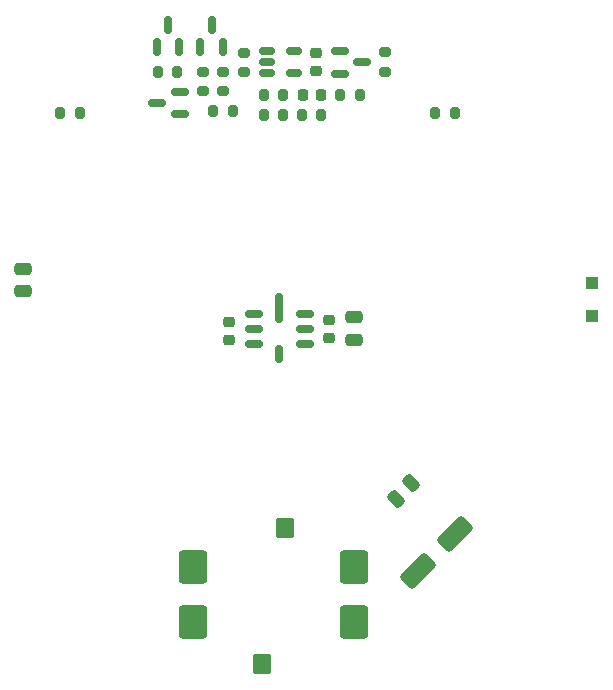
<source format=gbr>
%TF.GenerationSoftware,KiCad,Pcbnew,8.0.4*%
%TF.CreationDate,2025-01-19T15:52:31+01:00*%
%TF.ProjectId,PortableVoltageStandard,506f7274-6162-46c6-9556-6f6c74616765,1.0*%
%TF.SameCoordinates,Original*%
%TF.FileFunction,Paste,Top*%
%TF.FilePolarity,Positive*%
%FSLAX46Y46*%
G04 Gerber Fmt 4.6, Leading zero omitted, Abs format (unit mm)*
G04 Created by KiCad (PCBNEW 8.0.4) date 2025-01-19 15:52:31*
%MOMM*%
%LPD*%
G01*
G04 APERTURE LIST*
G04 Aperture macros list*
%AMRoundRect*
0 Rectangle with rounded corners*
0 $1 Rounding radius*
0 $2 $3 $4 $5 $6 $7 $8 $9 X,Y pos of 4 corners*
0 Add a 4 corners polygon primitive as box body*
4,1,4,$2,$3,$4,$5,$6,$7,$8,$9,$2,$3,0*
0 Add four circle primitives for the rounded corners*
1,1,$1+$1,$2,$3*
1,1,$1+$1,$4,$5*
1,1,$1+$1,$6,$7*
1,1,$1+$1,$8,$9*
0 Add four rect primitives between the rounded corners*
20,1,$1+$1,$2,$3,$4,$5,0*
20,1,$1+$1,$4,$5,$6,$7,0*
20,1,$1+$1,$6,$7,$8,$9,0*
20,1,$1+$1,$8,$9,$2,$3,0*%
G04 Aperture macros list end*
%ADD10RoundRect,0.175000X0.575000X-0.175000X0.575000X0.175000X-0.575000X0.175000X-0.575000X-0.175000X0*%
%ADD11RoundRect,0.175000X0.175000X-0.575000X0.175000X0.575000X-0.175000X0.575000X-0.175000X-0.575000X0*%
%ADD12RoundRect,0.175000X-0.575000X-0.175000X0.575000X-0.175000X0.575000X0.175000X-0.575000X0.175000X0*%
%ADD13RoundRect,0.175000X0.175000X-1.075000X0.175000X1.075000X-0.175000X1.075000X-0.175000X-1.075000X0*%
%ADD14RoundRect,0.250000X-0.475000X0.250000X-0.475000X-0.250000X0.475000X-0.250000X0.475000X0.250000X0*%
%ADD15RoundRect,0.225000X0.225000X0.250000X-0.225000X0.250000X-0.225000X-0.250000X0.225000X-0.250000X0*%
%ADD16RoundRect,0.150000X0.587500X0.150000X-0.587500X0.150000X-0.587500X-0.150000X0.587500X-0.150000X0*%
%ADD17RoundRect,0.150000X-0.587500X-0.150000X0.587500X-0.150000X0.587500X0.150000X-0.587500X0.150000X0*%
%ADD18RoundRect,0.200000X-0.200000X-0.275000X0.200000X-0.275000X0.200000X0.275000X-0.200000X0.275000X0*%
%ADD19RoundRect,0.250000X0.494975X1.272792X-1.272792X-0.494975X-0.494975X-1.272792X1.272792X0.494975X0*%
%ADD20RoundRect,0.150000X-0.512500X-0.150000X0.512500X-0.150000X0.512500X0.150000X-0.512500X0.150000X0*%
%ADD21RoundRect,0.200000X0.275000X-0.200000X0.275000X0.200000X-0.275000X0.200000X-0.275000X-0.200000X0*%
%ADD22RoundRect,0.225000X-0.250000X0.225000X-0.250000X-0.225000X0.250000X-0.225000X0.250000X0.225000X0*%
%ADD23RoundRect,0.200000X0.200000X0.275000X-0.200000X0.275000X-0.200000X-0.275000X0.200000X-0.275000X0*%
%ADD24RoundRect,0.250000X-0.300000X0.300000X-0.300000X-0.300000X0.300000X-0.300000X0.300000X0.300000X0*%
%ADD25RoundRect,0.250000X-0.159099X0.512652X-0.512652X0.159099X0.159099X-0.512652X0.512652X-0.159099X0*%
%ADD26RoundRect,0.200000X-0.275000X0.200000X-0.275000X-0.200000X0.275000X-0.200000X0.275000X0.200000X0*%
%ADD27RoundRect,0.150000X0.150000X-0.587500X0.150000X0.587500X-0.150000X0.587500X-0.150000X-0.587500X0*%
%ADD28RoundRect,0.240000X0.960000X-1.160000X0.960000X1.160000X-0.960000X1.160000X-0.960000X-1.160000X0*%
%ADD29RoundRect,0.160000X0.640000X-0.690000X0.640000X0.690000X-0.640000X0.690000X-0.640000X-0.690000X0*%
G04 APERTURE END LIST*
D10*
%TO.C,U1*%
X154350000Y-84730000D03*
X154350000Y-86000000D03*
X154350000Y-87270000D03*
D11*
X156500000Y-88150000D03*
D12*
X158650000Y-87270000D03*
X158650000Y-86000000D03*
X158650000Y-84730000D03*
D13*
X156500000Y-84250000D03*
%TD*%
D14*
%TO.C,C3*%
X162800000Y-85050000D03*
X162800000Y-86950000D03*
%TD*%
D15*
%TO.C,C5*%
X160000000Y-66200000D03*
X158450000Y-66200000D03*
%TD*%
D16*
%TO.C,Q3*%
X148037500Y-67850000D03*
X148037500Y-65950000D03*
X146162500Y-66900000D03*
%TD*%
D14*
%TO.C,C7*%
X134800000Y-80950000D03*
X134800000Y-82850000D03*
%TD*%
D17*
%TO.C,U3*%
X161600000Y-62500000D03*
X161600000Y-64400000D03*
X163475000Y-63450000D03*
%TD*%
D18*
%TO.C,R5*%
X155150000Y-66200000D03*
X156800000Y-66200000D03*
%TD*%
%TO.C,R9*%
X169675000Y-67750000D03*
X171325000Y-67750000D03*
%TD*%
D19*
%TO.C,C4*%
X171361270Y-103388730D03*
X168250000Y-106500000D03*
%TD*%
D20*
%TO.C,U2*%
X155450000Y-62450000D03*
X155450000Y-63400000D03*
X155450000Y-64350000D03*
X157725000Y-64350000D03*
X157725000Y-62450000D03*
%TD*%
D21*
%TO.C,R10*%
X151750000Y-65900000D03*
X151750000Y-64250000D03*
%TD*%
D22*
%TO.C,C6*%
X159600000Y-62625000D03*
X159600000Y-64175000D03*
%TD*%
D23*
%TO.C,R2*%
X163300000Y-66200000D03*
X161650000Y-66200000D03*
%TD*%
D24*
%TO.C,D1*%
X183000000Y-82100000D03*
X183000000Y-84900000D03*
%TD*%
D25*
%TO.C,C8*%
X167671751Y-99078249D03*
X166328249Y-100421751D03*
%TD*%
D26*
%TO.C,R12*%
X150000000Y-64250000D03*
X150000000Y-65900000D03*
%TD*%
D21*
%TO.C,R1*%
X165400000Y-64225000D03*
X165400000Y-62575000D03*
%TD*%
D22*
%TO.C,C1*%
X152250000Y-85425000D03*
X152250000Y-86975000D03*
%TD*%
D18*
%TO.C,R7*%
X146175000Y-64250000D03*
X147825000Y-64250000D03*
%TD*%
%TO.C,R6*%
X155150000Y-67950000D03*
X156800000Y-67950000D03*
%TD*%
D22*
%TO.C,C2*%
X160700000Y-85225000D03*
X160700000Y-86775000D03*
%TD*%
D27*
%TO.C,Q1*%
X149800000Y-62187500D03*
X151700000Y-62187500D03*
X150750000Y-60312500D03*
%TD*%
D26*
%TO.C,R4*%
X153475000Y-62625000D03*
X153475000Y-64275000D03*
%TD*%
D27*
%TO.C,Q2*%
X146100000Y-62187500D03*
X148000000Y-62187500D03*
X147050000Y-60312500D03*
%TD*%
D28*
%TO.C,SW1*%
X162800000Y-106200000D03*
X149200000Y-106200000D03*
X149200000Y-110800000D03*
X162800000Y-110800000D03*
D29*
X155050000Y-114350000D03*
X156950000Y-102850000D03*
%TD*%
D23*
%TO.C,R3*%
X160050000Y-67950000D03*
X158400000Y-67950000D03*
%TD*%
%TO.C,R8*%
X139575000Y-67750000D03*
X137925000Y-67750000D03*
%TD*%
D18*
%TO.C,R11*%
X150875000Y-67600000D03*
X152525000Y-67600000D03*
%TD*%
M02*

</source>
